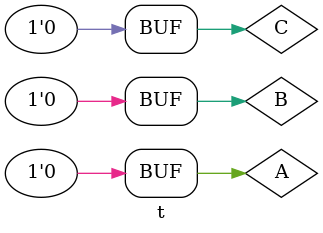
<source format=v>

module t;

   // width warnings off due to command line
   wire A = 15'd1234;

   // width warnings off due to command line + manual switch
   // verilator lint_off WIDTH
   wire B = 15'd1234;

   // this turnon does nothing as off on command line
   // verilator lint_on WIDTH
   wire C = 15'd1234;

endmodule

</source>
